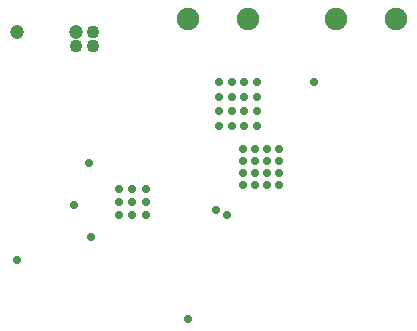
<source format=gbs>
G04*
G04 #@! TF.GenerationSoftware,Altium Limited,Altium Designer,21.6.1 (37)*
G04*
G04 Layer_Color=16711935*
%FSLAX44Y44*%
%MOMM*%
G71*
G04*
G04 #@! TF.SameCoordinates,468A8F93-C8C4-43A0-AE5F-35C49DAE4A20*
G04*
G04*
G04 #@! TF.FilePolarity,Negative*
G04*
G01*
G75*
%ADD41C,1.2032*%
%ADD42C,1.9032*%
%ADD43C,1.1032*%
%ADD44C,0.7032*%
D41*
X355200Y605790D02*
D03*
X305200D02*
D03*
D42*
X626110Y617220D02*
D03*
X575310D02*
D03*
X500380D02*
D03*
X449580D02*
D03*
D43*
X355256Y594360D02*
D03*
X369570D02*
D03*
Y605846D02*
D03*
D44*
X482600Y450850D02*
D03*
X473710Y455270D02*
D03*
X508000Y526463D02*
D03*
Y563880D02*
D03*
X497417Y526463D02*
D03*
Y538935D02*
D03*
X486833D02*
D03*
X476250D02*
D03*
X508000D02*
D03*
X497417Y551408D02*
D03*
X486833D02*
D03*
X476250D02*
D03*
X508000D02*
D03*
X486833Y563880D02*
D03*
X497417D02*
D03*
X476250D02*
D03*
Y526463D02*
D03*
X486833D02*
D03*
X353060Y459740D02*
D03*
X402590Y451485D02*
D03*
Y473075D02*
D03*
Y462280D02*
D03*
X414020Y473075D02*
D03*
Y451485D02*
D03*
Y462280D02*
D03*
X391160Y451485D02*
D03*
Y473075D02*
D03*
Y462280D02*
D03*
X516890Y476250D02*
D03*
Y506730D02*
D03*
Y496570D02*
D03*
Y486410D02*
D03*
X527050Y476250D02*
D03*
Y506730D02*
D03*
Y486410D02*
D03*
Y496570D02*
D03*
X496570Y506730D02*
D03*
Y486410D02*
D03*
Y476250D02*
D03*
Y496570D02*
D03*
X368128Y432847D02*
D03*
X449580Y363220D02*
D03*
X506730Y476250D02*
D03*
Y496570D02*
D03*
Y486410D02*
D03*
Y506730D02*
D03*
X304800Y412750D02*
D03*
X556260Y563880D02*
D03*
X365760Y495300D02*
D03*
M02*

</source>
